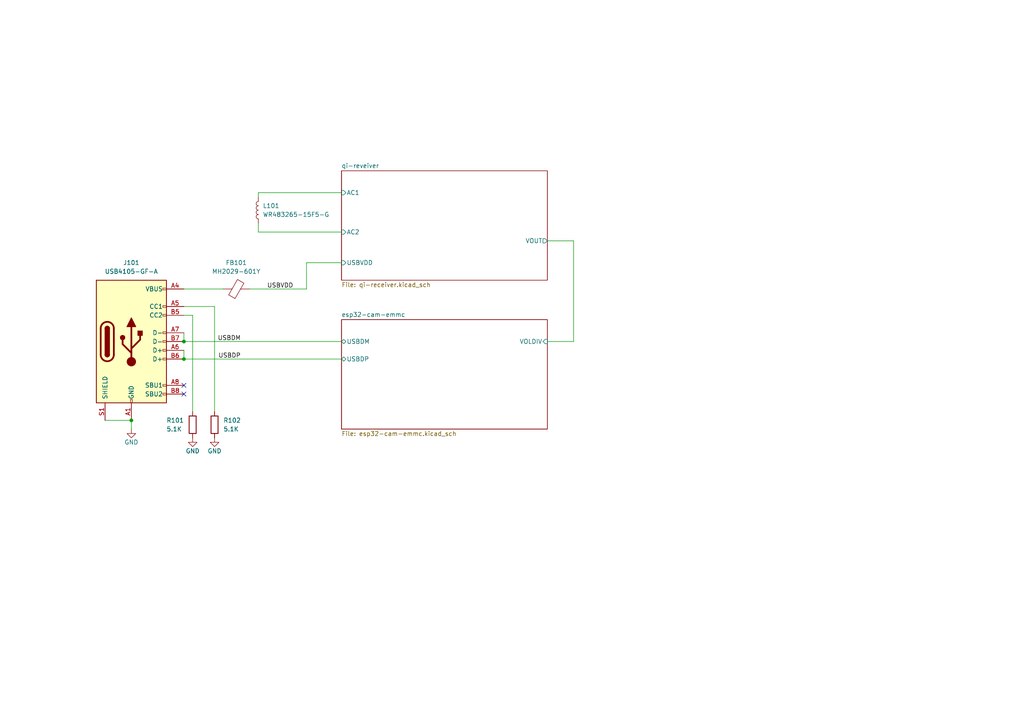
<source format=kicad_sch>
(kicad_sch (version 20231120) (generator "eeschema") (generator_version "8.0")
  (paper "A4")
  (title_block (title "TIMELEAPCAM") (date "2024-02-28") (rev "Rev1") (company "HNZ") (comment 1 "Licensed under CC-BY-SA V4.0") (comment 2 "(C) 2023 Hiroshi Nakajima <hnakamiru1103@gmail.com>"))
  (lib_symbols
    (symbol "Device:FerriteBead" (pin_numbers hide) (pin_names (offset 0))
      (property "Reference" "FB" (at -3.81 0.635 90))
      (property "Value" "FerriteBead" (at 3.81 0 90))
      (symbol "FerriteBead_0_1"
        (polyline (pts (xy 0 -1.27) (xy 0 -1.2192)))
        (polyline (pts (xy 0 1.27) (xy 0 1.2954)))
        (polyline (pts (xy -2.7686 0.4064) (xy -1.7018 2.2606) (xy 2.7686 -0.3048) (xy 1.6764 -2.159) (xy -2.7686 0.4064)))
      )
      (symbol "FerriteBead_1_1"
        (pin passive line (at 0 3.81 270) (length 2.54) (name "~") (number "1"))
        (pin passive line (at 0 -3.81 90) (length 2.54) (name "~") (number "2"))
      )
    )
    (symbol "Device:L" (pin_numbers hide) (pin_names (offset 1.016) hide)
      (property "Reference" "L" (at -1.27 0 90))
      (property "Value" "L" (at 1.905 0 90))
      (symbol "L_0_1"
        (arc (start 0 -2.54) (mid 0.6323 -1.905) (end 0 -1.27))
        (arc (start 0 -1.27) (mid 0.6323 -0.635) (end 0 0))
        (arc (start 0 0) (mid 0.6323 0.635) (end 0 1.27))
        (arc (start 0 1.27) (mid 0.6323 1.905) (end 0 2.54))
      )
      (symbol "L_1_1"
        (pin passive line (at 0 3.81 270) (length 1.27) (name "1") (number "1"))
        (pin passive line (at 0 -3.81 90) (length 1.27) (name "2") (number "2"))
      )
    )
    (symbol "power:GND" (power) (pin_numbers hide) (pin_names (offset 0) hide)
      (property "Value" "GND" (at 0 -3.81 0))
      (symbol "GND_0_1"
        (polyline (pts (xy 0 0) (xy 0 -1.27) (xy 1.27 -1.27) (xy 0 -2.54) (xy -1.27 -1.27) (xy 0 -1.27)))
      )
      (symbol "GND_1_1"
        (pin power_in line (at 0 0 270) (length 0) hide (name "GND") (number "1"))
      )
    )
    (symbol "tbctl:0R" (pin_numbers hide) (pin_names (offset 0))
      (property "Reference" "R" (at 2.032 0 90))
      (property "Value" "0R" (at 0 0 90))
      (symbol "0R_0_1"
        (rectangle (start -1.016 -2.54) (end 1.016 2.54) (stroke (width 0.254)))
      )
      (symbol "0R_1_1"
        (pin passive line (at 0 3.81 270) (length 1.27) (name "~") (number "1"))
        (pin passive line (at 0 -3.81 90) (length 1.27) (name "~") (number "2"))
      )
    )
    (symbol "tbctl:USB_C_Receptacle_USB2.0_5077CR" (pin_names (offset 1.016))
      (property "Reference" "J" (at -10.16 19.05 0))
      (property "Value" "USB_C_Receptacle_USB2.0_5077CR" (at 19.05 19.05 0))
      (symbol "USB_C_Receptacle_USB2.0_5077CR_0_0"
        (rectangle (start -0.254 -17.78) (end 0.254 -16.764))
        (rectangle (start 10.16 -14.986) (end 9.144 -15.494))
        (rectangle (start 10.16 -12.446) (end 9.144 -12.954))
        (rectangle (start 10.16 -4.826) (end 9.144 -5.334))
        (rectangle (start 10.16 -2.286) (end 9.144 -2.794))
        (rectangle (start 10.16 0.254) (end 9.144 -0.254))
        (rectangle (start 10.16 2.794) (end 9.144 2.286))
        (rectangle (start 10.16 7.874) (end 9.144 7.366))
        (rectangle (start 10.16 10.414) (end 9.144 9.906))
        (rectangle (start 10.16 15.494) (end 9.144 14.986))
      )
      (symbol "USB_C_Receptacle_USB2.0_5077CR_0_1"
        (rectangle (start -10.16 17.78) (end 10.16 -17.78) (stroke (width 0.254)) (fill (type background)))
        (arc (start -8.89 -3.81) (mid -6.985 -5.7067) (end -5.08 -3.81) (stroke (width 0.508)))
        (arc (start -7.62 -3.81) (mid -6.985 -4.4423) (end -6.35 -3.81) (stroke (width 0.254)))
        (arc (start -7.62 -3.81) (mid -6.985 -4.4423) (end -6.35 -3.81) (stroke (width 0.254)) (fill (type outline)))
        (rectangle (start -7.62 -3.81) (end -6.35 3.81) (stroke (width 0.254)) (fill (type outline)))
        (arc (start -6.35 3.81) (mid -6.985 4.4423) (end -7.62 3.81) (stroke (width 0.254)))
        (arc (start -6.35 3.81) (mid -6.985 4.4423) (end -7.62 3.81) (stroke (width 0.254)) (fill (type outline)))
        (arc (start -5.08 3.81) (mid -6.985 5.7067) (end -8.89 3.81) (stroke (width 0.508)))
        (circle (center -2.54 1.143) (radius 0.635) (stroke (width 0.254)) (fill (type outline)))
        (circle (center 0 -5.842) (radius 1.27) (fill (type outline)))
        (polyline (pts (xy -8.89 -3.81) (xy -8.89 3.81)) (stroke (width 0.508)))
        (polyline (pts (xy -5.08 3.81) (xy -5.08 -3.81)) (stroke (width 0.508)))
        (polyline (pts (xy 0 -5.842) (xy 0 4.318)) (stroke (width 0.508)))
        (polyline (pts (xy 0 -3.302) (xy -2.54 -0.762) (xy -2.54 0.508)) (stroke (width 0.508)))
        (polyline (pts (xy 0 -2.032) (xy 2.54 0.508) (xy 2.54 1.778)) (stroke (width 0.508)))
        (polyline (pts (xy -1.27 4.318) (xy 0 6.858) (xy 1.27 4.318) (xy -1.27 4.318)) (stroke (width 0.254)) (fill (type outline)))
        (rectangle (start 1.905 1.778) (end 3.175 3.048) (stroke (width 0.254)) (fill (type outline)))
      )
      (symbol "USB_C_Receptacle_USB2.0_5077CR_1_1"
        (pin passive line (at 0 -22.86 90) (length 5.08) (name "GND") (number "A1"))
        (pin passive line (at 0 -22.86 90) (length 5.08) hide (name "GND") (number "A12"))
        (pin passive line (at 15.24 15.24 180) (length 5.08) (name "VBUS") (number "A4"))
        (pin bidirectional line (at 15.24 10.16 180) (length 5.08) (name "CC1") (number "A5"))
        (pin bidirectional line (at 15.24 -2.54 180) (length 5.08) (name "D+") (number "A6"))
        (pin bidirectional line (at 15.24 2.54 180) (length 5.08) (name "D-") (number "A7"))
        (pin bidirectional line (at 15.24 -12.7 180) (length 5.08) (name "SBU1") (number "A8"))
        (pin passive line (at 15.24 15.24 180) (length 5.08) hide (name "VBUS") (number "A9"))
        (pin passive line (at 0 -22.86 90) (length 5.08) hide (name "GND") (number "B1"))
        (pin passive line (at 0 -22.86 90) (length 5.08) hide (name "GND") (number "B12"))
        (pin passive line (at 15.24 15.24 180) (length 5.08) hide (name "VBUS") (number "B4"))
        (pin bidirectional line (at 15.24 7.62 180) (length 5.08) (name "CC2") (number "B5"))
        (pin bidirectional line (at 15.24 -5.08 180) (length 5.08) (name "D+") (number "B6"))
        (pin bidirectional line (at 15.24 0 180) (length 5.08) (name "D-") (number "B7"))
        (pin bidirectional line (at 15.24 -15.24 180) (length 5.08) (name "SBU2") (number "B8"))
        (pin passive line (at 15.24 15.24 180) (length 5.08) hide (name "VBUS") (number "B9"))
        (pin passive line (at -7.62 -22.86 90) (length 5.08) (name "SHIELD") (number "S1"))
      )
    )
  )
  (junction (at 53.34 99.06))
  (junction (at 53.34 104.14))
  (junction (at 38.1 121.92))
  (no_connect (at 53.34 111.76))
  (no_connect (at 53.34 114.3))
  (wire (pts (xy 53.34 104.14) (xy 99.06 104.14)))
  (wire (pts (xy 55.88 91.44) (xy 55.88 119.38)))
  (wire (pts (xy 99.06 76.2) (xy 88.9 76.2)))
  (wire (pts (xy 53.34 99.06) (xy 99.06 99.06)))
  (wire (pts (xy 74.93 55.88) (xy 99.06 55.88)))
  (wire (pts (xy 166.37 69.85) (xy 166.37 99.06)))
  (wire (pts (xy 88.9 76.2) (xy 88.9 83.82)))
  (wire (pts (xy 74.93 64.77) (xy 74.93 67.31)))
  (wire (pts (xy 72.39 83.82) (xy 88.9 83.82)))
  (wire (pts (xy 74.93 57.15) (xy 74.93 55.88)))
  (wire (pts (xy 30.48 121.92) (xy 38.1 121.92)))
  (wire (pts (xy 62.23 88.9) (xy 62.23 119.38)))
  (wire (pts (xy 53.34 96.52) (xy 53.34 99.06)))
  (wire (pts (xy 53.34 101.6) (xy 53.34 104.14)))
  (wire (pts (xy 166.37 99.06) (xy 158.75 99.06)))
  (wire (pts (xy 53.34 83.82) (xy 64.77 83.82)))
  (wire (pts (xy 158.75 69.85) (xy 166.37 69.85)))
  (wire (pts (xy 74.93 67.31) (xy 99.06 67.31)))
  (wire (pts (xy 53.34 91.44) (xy 55.88 91.44)))
  (wire (pts (xy 53.34 88.9) (xy 62.23 88.9)))
  (wire (pts (xy 38.1 124.46) (xy 38.1 121.92)))
  (label "USBDM" (at 69.85 99.06 180))
  (label "USBDP" (at 69.85 104.14 180))
  (label "USBVDD" (at 85.09 83.82 180))
  (symbol (lib_id "power:GND") (at 55.88 127 0) (unit 1)
    (property "Reference" "#PWR0102" (effects (hide yes)))
    (property "Value" "GND" (at 55.88 130.81 0))
  )
  (symbol (lib_id "power:GND") (at 62.23 127 0) (unit 1)
    (property "Reference" "#PWR0103" (effects (hide yes)))
    (property "Value" "GND" (at 62.23 130.81 0))
  )
  (symbol (lib_id "power:GND") (at 38.1 124.46 0) (unit 1)
    (property "Reference" "#PWR0101" (effects (hide yes)))
    (property "Value" "GND" (at 38.1 128.27 0))
  )
  (symbol (lib_id "tbctl:0R") (at 62.23 123.19 180) (unit 1)
    (property "Reference" "R102" (at 64.77 121.92 0) (effects (justify right)))
    (property "Value" "5.1K" (at 64.77 124.46 0) (effects (justify right)))
    (property "Footprint" "Resistor_SMD:R_0603_1608Metric" (effects (hide yes)))
    (property "distributor" "https://www.digikey.com/en/products/detail/yageo/RC0603JR-075K1L/726796" (effects (hide yes)))
    (property "digikey" "311-5.1KGRCT-ND" (effects (hide yes)))
  )
  (symbol (lib_id "Device:L") (at 74.93 60.96 180) (unit 1)
    (property "Reference" "L101" (at 76.2 59.69 0) (effects (justify right)))
    (property "Value" "WR483265-15F5-G" (at 76.2 62.23 0) (effects (justify right)))
    (property "Footprint" "tbctl:PinHole_1x02_P4.5mm_Vertical" (effects (hide yes)))
    (property "digikey" "445-16090-ND" (effects (hide yes)))
    (property "distributor" "https://www.digikey.com/en/products/detail/tdk-corporation/WR483265-15F5-G/4702656" (effects (hide yes)))
  )
  (symbol (lib_id "Device:FerriteBead") (at 68.58 83.82 90) (unit 1)
    (property "Reference" "FB101" (at 68.5292 76.2 90))
    (property "Value" "MH2029-601Y" (at 68.5292 78.74 90))
    (property "Footprint" "Inductor_SMD:L_0805_2012Metric" (effects (hide yes)))
    (property "distributor" "https://www.digikey.com/en/products/detail/bourns-inc/MH2029-601Y/3741762" (effects (hide yes)))
    (property "digikey" "MH2029-601YCT-ND" (effects (hide yes)))
  )
  (symbol (lib_id "tbctl:USB_C_Receptacle_USB2.0_5077CR") (at 38.1 99.06 0) (unit 1)
    (property "Reference" "J101" (at 38.1 76.2 0))
    (property "Value" "USB4105-GF-A" (at 38.1 78.74 0))
    (property "Footprint" "tbctl:USB_C_5077CR-16-SMC2-BK-TR" (effects (hide yes)))
    (property "Datasheet" "https://www.usb.org/sites/default/files/documents/usb_type-c.zip" (effects (hide yes)))
    (property "distributor" "https://www.digikey.com/en/products/detail/gct/USB4105-GF-A/11198441" (effects (hide yes)))
    (property "digikey" "2073-USB4105-GF-ACT-ND" (effects (hide yes)))
  )
  (symbol (lib_id "tbctl:0R") (at 55.88 123.19 180) (unit 1)
    (property "Reference" "R101" (at 48.26 121.92 0) (effects (justify right)))
    (property "Value" "5.1K" (at 48.26 124.46 0) (effects (justify right)))
    (property "Footprint" "Resistor_SMD:R_0603_1608Metric" (effects (hide yes)))
    (property "distributor" "https://www.digikey.com/en/products/detail/yageo/RC0603JR-075K1L/726796" (effects (hide yes)))
    (property "digikey" "311-5.1KGRCT-ND" (effects (hide yes)))
  )
  (sheet (at 99.06 92.71) (size 59.69 31.75) (stroke (width 0.1524))
    (property "Sheetname" "esp32-cam-emmc" (at 99.06 91.9984 0) (effects (justify left bottom)))
    (property "Sheetfile" "esp32-cam-emmc.kicad_sch" (at 99.06 125.0446 0) (effects (justify left top)))
    (pin "USBDP" bidirectional (at 99.06 104.14 180))
    (pin "USBDM" bidirectional (at 99.06 99.06 180))
    (pin "VOLDIV" input (at 158.75 99.06 0))
  )
  (sheet (at 99.06 49.53) (size 59.69 31.75) (stroke (width 0.1524))
    (property "Sheetname" "qi-reveiver" (at 99.06 48.8184 0) (effects (justify left bottom)))
    (property "Sheetfile" "qi-receiver.kicad_sch" (at 99.06 81.8646 0) (effects (justify left top)))
    (pin "AC2" input (at 99.06 67.31 180))
    (pin "AC1" input (at 99.06 55.88 180))
    (pin "USBVDD" input (at 99.06 76.2 180))
    (pin "VOUT" output (at 158.75 69.85 0))
  )
)
</source>
